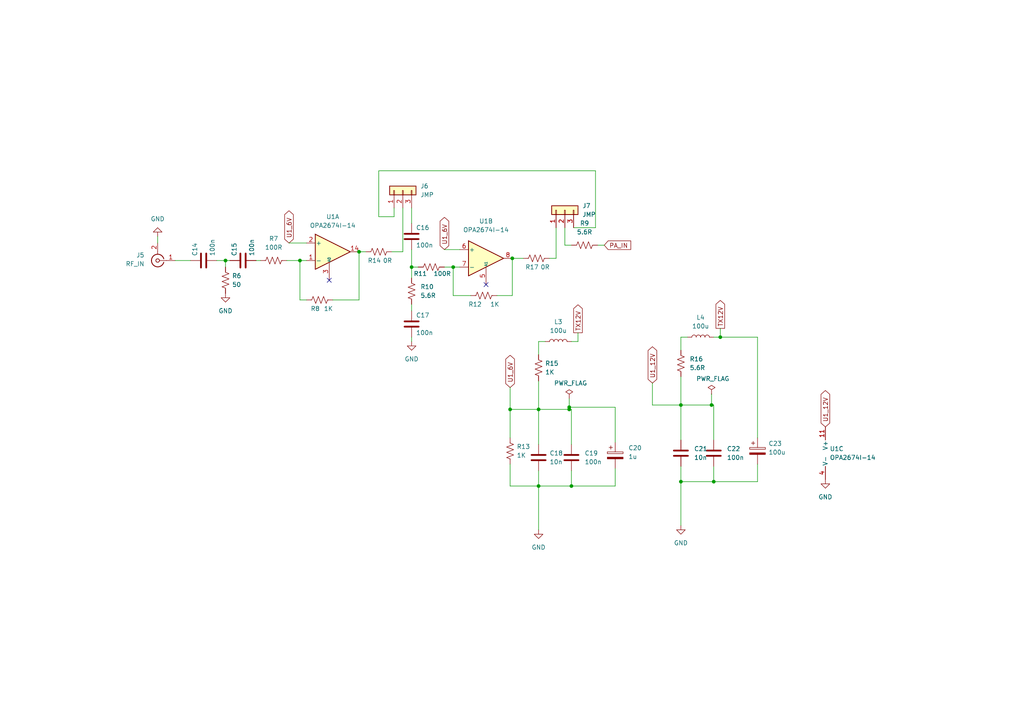
<source format=kicad_sch>
(kicad_sch (version 20211123) (generator eeschema)
  (paper "A4")
  (lib_symbols
    (symbol "Connector:Conn_Coaxial" (pin_names (offset 1.016) hide)
      (property "Reference" "J" (at 0.254 3.048 0))
      (property "Value" "Conn_Coaxial" (at 2.921 0 90))
      (symbol "Conn_Coaxial_0_1"
        (arc (start -1.778 -0.508) (mid 0.2311 -1.8066) (end 1.778 0) (stroke (width 0.254)))
        (polyline (pts (xy -2.54 0) (xy -0.508 0)))
        (polyline (pts (xy 0 -2.54) (xy 0 -1.778)))
        (circle (center 0 0) (radius 0.508) (stroke (width 0.2032)))
        (arc (start 1.778 0) (mid 0.2099 1.8101) (end -1.778 0.508) (stroke (width 0.254)))
      )
      (symbol "Conn_Coaxial_1_1"
        (pin passive line (at -5.08 0 0) (length 2.54) (name "In") (number "1"))
        (pin passive line (at 0 -5.08 90) (length 2.54) (name "Ext") (number "2"))
      )
    )
    (symbol "Connector_Generic:Conn_01x03" (pin_names (offset 1.016) hide)
      (property "Reference" "J" (at 0 5.08 0))
      (property "Value" "Conn_01x03" (at 0 -5.08 0))
      (symbol "Conn_01x03_1_1"
        (rectangle (start -1.27 -2.413) (end 0 -2.667) (stroke (width 0.1524)))
        (rectangle (start -1.27 0.127) (end 0 -0.127) (stroke (width 0.1524)))
        (rectangle (start -1.27 2.667) (end 0 2.413) (stroke (width 0.1524)))
        (rectangle (start -1.27 3.81) (end 1.27 -3.81) (stroke (width 0.254)) (fill (type background)))
        (pin passive line (at -5.08 2.54 0) (length 3.81) (name "Pin_1") (number "1"))
        (pin passive line (at -5.08 0 0) (length 3.81) (name "Pin_2") (number "2"))
        (pin passive line (at -5.08 -2.54 0) (length 3.81) (name "Pin_3") (number "3"))
      )
    )
    (symbol "Custom_RF:OPA2674I-14" (pin_names (offset 0.127))
      (property "Reference" "U" (at 0 5.08 0))
      (property "Value" "OPA2674I-14" (at 6.35 -2.54 0))
      (symbol "OPA2674I-14_1_1"
        (polyline (pts (xy -5.08 5.08) (xy 5.08 0) (xy -5.08 -5.08) (xy -5.08 5.08)) (stroke (width 0.254)) (fill (type background)))
        (pin input line (at -7.62 -2.54 0) (length 2.54) (name "-") (number "1"))
        (pin no_connect line (at 0 -2.54 90) (length 2.54) hide (name "NC") (number "10"))
        (pin output line (at 7.62 0 180) (length 2.54) (name "~") (number "14"))
        (pin input line (at -7.62 2.54 0) (length 2.54) (name "+") (number "2"))
        (pin input line (at -1.0272 -8.2657 90) (length 5.08) (name "A0") (number "3"))
        (pin no_connect line (at -2.54 -2.54 90) (length 2.54) hide (name "NC") (number "9"))
      )
      (symbol "OPA2674I-14_2_1"
        (polyline (pts (xy -5.08 5.08) (xy 5.08 0) (xy -5.08 -5.08) (xy -5.08 5.08)) (stroke (width 0.254)) (fill (type background)))
        (pin no_connect line (at -2.54 -2.54 90) (length 2.54) hide (name "NC") (number "12"))
        (pin no_connect line (at 0 -2.54 90) (length 2.54) hide (name "NC") (number "13"))
        (pin input line (at 0 -7.62 90) (length 5.08) (name "~{DIS_B}") (number "5"))
        (pin input line (at -7.62 2.54 0) (length 2.54) (name "+") (number "6"))
        (pin input line (at -7.62 -2.54 0) (length 2.54) (name "-") (number "7"))
        (pin output line (at 7.62 0 180) (length 2.54) (name "~") (number "8"))
      )
      (symbol "OPA2674I-14_3_1"
        (pin power_in line (at -2.54 7.62 270) (length 3.81) (name "V+") (number "11"))
        (pin power_in line (at -2.54 -7.62 90) (length 3.81) (name "V-") (number "4"))
      )
    )
    (symbol "Device:C" (pin_numbers hide) (pin_names (offset 0.254))
      (property "Reference" "C" (at 0.635 2.54 0))
      (property "Value" "C" (at 0.635 -2.54 0))
      (symbol "C_0_1"
        (polyline (pts (xy -2.032 -0.762) (xy 2.032 -0.762)) (stroke (width 0.508)))
        (polyline (pts (xy -2.032 0.762) (xy 2.032 0.762)) (stroke (width 0.508)))
      )
      (symbol "C_1_1"
        (pin passive line (at 0 3.81 270) (length 2.794) (name "~") (number "1"))
        (pin passive line (at 0 -3.81 90) (length 2.794) (name "~") (number "2"))
      )
    )
    (symbol "Device:C_Polarized" (pin_numbers hide) (pin_names (offset 0.254))
      (property "Reference" "C" (at 0.635 2.54 0))
      (property "Value" "C_Polarized" (at 0.635 -2.54 0))
      (symbol "C_Polarized_0_1"
        (rectangle (start -2.286 0.508) (end 2.286 1.016))
        (polyline (pts (xy -1.778 2.286) (xy -0.762 2.286)))
        (polyline (pts (xy -1.27 2.794) (xy -1.27 1.778)))
        (rectangle (start 2.286 -0.508) (end -2.286 -1.016) (fill (type outline)))
      )
      (symbol "C_Polarized_1_1"
        (pin passive line (at 0 3.81 270) (length 2.794) (name "~") (number "1"))
        (pin passive line (at 0 -3.81 90) (length 2.794) (name "~") (number "2"))
      )
    )
    (symbol "Device:L" (pin_numbers hide) (pin_names (offset 1.016) hide)
      (property "Reference" "L" (at -1.27 0 90))
      (property "Value" "L" (at 1.905 0 90))
      (symbol "L_0_1"
        (arc (start 0 -2.54) (mid 0.635 -1.905) (end 0 -1.27))
        (arc (start 0 -1.27) (mid 0.635 -0.635) (end 0 0))
        (arc (start 0 0) (mid 0.635 0.635) (end 0 1.27))
        (arc (start 0 1.27) (mid 0.635 1.905) (end 0 2.54))
      )
      (symbol "L_1_1"
        (pin passive line (at 0 3.81 270) (length 1.27) (name "1") (number "1"))
        (pin passive line (at 0 -3.81 90) (length 1.27) (name "2") (number "2"))
      )
    )
    (symbol "Device:R_US" (pin_numbers hide) (pin_names (offset 0))
      (property "Reference" "R" (at 2.54 0 90))
      (property "Value" "R_US" (at -2.54 0 90))
      (symbol "R_US_0_1"
        (polyline (pts (xy 0 -2.286) (xy 0 -2.54)))
        (polyline (pts (xy 0 2.286) (xy 0 2.54)))
        (polyline (pts (xy 0 -0.762) (xy 1.016 -1.143) (xy 0 -1.524) (xy -1.016 -1.905) (xy 0 -2.286)))
        (polyline (pts (xy 0 0.762) (xy 1.016 0.381) (xy 0 0) (xy -1.016 -0.381) (xy 0 -0.762)))
        (polyline (pts (xy 0 2.286) (xy 1.016 1.905) (xy 0 1.524) (xy -1.016 1.143) (xy 0 0.762)))
      )
      (symbol "R_US_1_1"
        (pin passive line (at 0 3.81 270) (length 1.27) (name "~") (number "1"))
        (pin passive line (at 0 -3.81 90) (length 1.27) (name "~") (number "2"))
      )
    )
    (symbol "OPA2674I-14_1" (pin_names (offset 0.127))
      (property "Reference" "U1" (at 0 10.795 0))
      (property "Value" "OPA2674I-14" (at 0 8.255 0))
      (symbol "OPA2674I-14_1_1_1"
        (polyline (pts (xy -5.08 5.08) (xy 5.08 0) (xy -5.08 -5.08) (xy -5.08 5.08)) (stroke (width 0.254)) (fill (type background)))
        (pin input line (at -7.62 -2.54 0) (length 2.54) (name "-") (number "1"))
        (pin no_connect line (at 0 -2.54 90) (length 2.54) hide (name "NC") (number "10"))
        (pin output line (at 7.62 0 180) (length 2.54) (name "~") (number "14"))
        (pin input line (at -7.62 2.54 0) (length 2.54) (name "+") (number "2"))
        (pin input line (at -1.0272 -8.2657 90) (length 5.08) (name "A0") (number "3"))
        (pin no_connect line (at -2.54 -2.54 90) (length 2.54) hide (name "NC") (number "9"))
      )
      (symbol "OPA2674I-14_1_2_1"
        (polyline (pts (xy -5.08 5.08) (xy 5.08 0) (xy -5.08 -5.08) (xy -5.08 5.08)) (stroke (width 0.254)) (fill (type background)))
        (pin no_connect line (at -2.54 -2.54 90) (length 2.54) hide (name "NC") (number "12"))
        (pin no_connect line (at 0 -2.54 90) (length 2.54) hide (name "NC") (number "13"))
        (pin input line (at 0 -7.62 90) (length 5.08) (name "A1") (number "5"))
        (pin input line (at -7.62 2.54 0) (length 2.54) (name "+") (number "6"))
        (pin input line (at -7.62 -2.54 0) (length 2.54) (name "-") (number "7"))
        (pin output line (at 7.62 0 180) (length 2.54) (name "~") (number "8"))
      )
      (symbol "OPA2674I-14_1_3_1"
        (pin power_in line (at -2.54 7.62 270) (length 3.81) (name "V+") (number "11"))
        (pin power_in line (at -2.54 -7.62 90) (length 3.81) (name "V-") (number "4"))
      )
    )
    (symbol "power:GND" (power) (pin_names (offset 0))
      (property "Value" "GND" (at 0 -3.81 0))
      (symbol "GND_0_1"
        (polyline (pts (xy 0 0) (xy 0 -1.27) (xy 1.27 -1.27) (xy 0 -2.54) (xy -1.27 -1.27) (xy 0 -1.27)))
      )
      (symbol "GND_1_1"
        (pin power_in line (at 0 0 270) (length 0) hide (name "GND") (number "1"))
      )
    )
    (symbol "power:PWR_FLAG" (power) (pin_numbers hide) (pin_names (offset 0) hide)
      (property "Value" "PWR_FLAG" (at 0 3.81 0))
      (symbol "PWR_FLAG_0_0"
        (pin power_out line (at 0 0 90) (length 0) (name "pwr") (number "1"))
      )
      (symbol "PWR_FLAG_0_1"
        (polyline (pts (xy 0 0) (xy 0 1.27) (xy -1.016 1.905) (xy 0 2.54) (xy 1.016 1.905) (xy 0 1.27)))
      )
    )
  )
  (junction (at 86.995 75.565))
  (junction (at 65.405 75.565))
  (junction (at 197.485 139.7))
  (junction (at 147.955 118.745))
  (junction (at 131.445 77.47))
  (junction (at 119.38 77.47))
  (junction (at 156.21 118.745))
  (junction (at 148.59 74.93))
  (junction (at 208.915 97.79))
  (junction (at 156.21 140.97))
  (junction (at 207.01 139.7))
  (junction (at 104.14 73.025))
  (junction (at 165.735 140.97))
  (junction (at 206.375 117.475))
  (junction (at 165.1 118.11))
  (junction (at 165.1 118.745))
  (junction (at 197.485 117.475))
  (no_connect (at 95.4928 81.2907))
  (no_connect (at 140.97 82.55))
  (wire (pts (xy 208.915 97.79) (xy 207.01 97.79)))
  (wire (pts (xy 208.915 95.25) (xy 208.915 97.79)))
  (wire (pts (xy 86.995 75.565) (xy 86.995 86.995)))
  (wire (pts (xy 119.38 97.79) (xy 119.38 99.06)))
  (wire (pts (xy 128.905 77.47) (xy 131.445 77.47)))
  (wire (pts (xy 86.995 75.565) (xy 88.9 75.565)))
  (wire (pts (xy 119.38 88.265) (xy 119.38 90.17)))
  (wire (pts (xy 131.445 85.725) (xy 131.445 77.47)))
  (wire (pts (xy 156.21 140.97) (xy 147.955 140.97)))
  (wire (pts (xy 144.145 85.725) (xy 148.59 85.725)))
  (wire (pts (xy 197.485 139.7) (xy 207.01 139.7)))
  (wire (pts (xy 178.435 118.11) (xy 178.435 128.27)))
  (wire (pts (xy 109.855 62.865) (xy 114.3 62.865)))
  (wire (pts (xy 178.435 140.97) (xy 165.735 140.97)))
  (wire (pts (xy 208.915 97.79) (xy 219.71 97.79)))
  (wire (pts (xy 206.375 117.475) (xy 207.01 117.475)))
  (wire (pts (xy 156.21 118.745) (xy 147.955 118.745)))
  (wire (pts (xy 114.3 62.865) (xy 114.3 60.325)))
  (wire (pts (xy 219.71 134.62) (xy 219.71 139.7)))
  (wire (pts (xy 119.38 77.47) (xy 121.285 77.47)))
  (wire (pts (xy 147.955 118.745) (xy 147.955 127)))
  (wire (pts (xy 119.38 60.325) (xy 119.38 64.77)))
  (wire (pts (xy 167.64 96.52) (xy 167.64 99.06)))
  (wire (pts (xy 197.485 117.475) (xy 197.485 127.635)))
  (wire (pts (xy 197.485 135.255) (xy 197.485 139.7)))
  (wire (pts (xy 113.665 73.025) (xy 116.84 73.025)))
  (wire (pts (xy 128.905 72.39) (xy 133.35 72.39)))
  (wire (pts (xy 116.84 60.325) (xy 116.84 73.025)))
  (wire (pts (xy 207.01 135.255) (xy 207.01 139.7)))
  (wire (pts (xy 109.855 49.53) (xy 109.855 62.865)))
  (wire (pts (xy 156.21 136.525) (xy 156.21 140.97)))
  (wire (pts (xy 119.38 72.39) (xy 119.38 77.47)))
  (wire (pts (xy 147.955 140.97) (xy 147.955 134.62)))
  (wire (pts (xy 166.37 66.04) (xy 172.72 66.04)))
  (wire (pts (xy 148.59 74.93) (xy 151.765 74.93)))
  (wire (pts (xy 197.485 117.475) (xy 206.375 117.475)))
  (wire (pts (xy 65.405 75.565) (xy 66.675 75.565)))
  (wire (pts (xy 156.21 118.745) (xy 165.1 118.745)))
  (wire (pts (xy 175.26 71.12) (xy 173.355 71.12)))
  (wire (pts (xy 45.72 70.485) (xy 45.72 68.58)))
  (wire (pts (xy 197.485 117.475) (xy 189.23 117.475)))
  (wire (pts (xy 199.39 97.79) (xy 197.485 97.79)))
  (wire (pts (xy 119.38 77.47) (xy 119.38 80.645)))
  (wire (pts (xy 131.445 77.47) (xy 133.35 77.47)))
  (wire (pts (xy 161.29 66.04) (xy 161.29 74.93)))
  (wire (pts (xy 156.21 118.745) (xy 156.21 128.905)))
  (wire (pts (xy 165.735 118.745) (xy 165.735 128.905)))
  (wire (pts (xy 219.71 97.79) (xy 219.71 127)))
  (wire (pts (xy 197.485 139.7) (xy 197.485 152.4)))
  (wire (pts (xy 156.21 110.49) (xy 156.21 118.745)))
  (wire (pts (xy 156.21 140.97) (xy 165.735 140.97)))
  (wire (pts (xy 156.21 99.06) (xy 156.21 102.87)))
  (wire (pts (xy 165.1 115.57) (xy 165.1 118.11)))
  (wire (pts (xy 165.1 118.11) (xy 178.435 118.11)))
  (wire (pts (xy 189.23 111.125) (xy 189.23 117.475)))
  (wire (pts (xy 172.72 49.53) (xy 109.855 49.53)))
  (wire (pts (xy 197.485 109.22) (xy 197.485 117.475)))
  (wire (pts (xy 62.865 75.565) (xy 65.405 75.565)))
  (wire (pts (xy 88.9 86.995) (xy 86.995 86.995)))
  (wire (pts (xy 165.1 118.11) (xy 165.1 118.745)))
  (wire (pts (xy 178.435 135.89) (xy 178.435 140.97)))
  (wire (pts (xy 65.405 75.565) (xy 65.405 77.47)))
  (wire (pts (xy 167.64 99.06) (xy 165.735 99.06)))
  (wire (pts (xy 50.8 75.565) (xy 55.245 75.565)))
  (wire (pts (xy 207.01 117.475) (xy 207.01 127.635)))
  (wire (pts (xy 197.485 97.79) (xy 197.485 101.6)))
  (wire (pts (xy 165.735 136.525) (xy 165.735 140.97)))
  (wire (pts (xy 165.735 71.12) (xy 163.83 71.12)))
  (wire (pts (xy 206.375 114.3) (xy 206.375 117.475)))
  (wire (pts (xy 147.955 112.395) (xy 147.955 118.745)))
  (wire (pts (xy 219.71 139.7) (xy 207.01 139.7)))
  (wire (pts (xy 172.72 66.04) (xy 172.72 49.53)))
  (wire (pts (xy 104.14 86.995) (xy 96.52 86.995)))
  (wire (pts (xy 165.1 118.745) (xy 165.735 118.745)))
  (wire (pts (xy 74.295 75.565) (xy 75.565 75.565)))
  (wire (pts (xy 158.115 99.06) (xy 156.21 99.06)))
  (wire (pts (xy 104.14 73.025) (xy 106.045 73.025)))
  (wire (pts (xy 148.59 74.93) (xy 148.59 85.725)))
  (wire (pts (xy 83.82 70.485) (xy 88.9 70.485)))
  (wire (pts (xy 83.185 75.565) (xy 86.995 75.565)))
  (wire (pts (xy 163.83 71.12) (xy 163.83 66.04)))
  (wire (pts (xy 159.385 74.93) (xy 161.29 74.93)))
  (wire (pts (xy 104.14 73.025) (xy 104.14 86.995)))
  (wire (pts (xy 136.525 85.725) (xy 131.445 85.725)))
  (wire (pts (xy 156.21 140.97) (xy 156.21 153.67)))
  (global_label "U1_6V" (shape bidirectional) (at 83.82 70.485 90) (property "Intersheet References" "${INTERSHEET_REFS}" (effects hide)))
  (global_label "U1_6V" (shape bidirectional) (at 147.955 112.395 90) (property "Intersheet References" "${INTERSHEET_REFS}" (effects hide)))
  (global_label "TX12V" (shape output) (at 167.64 96.52 90) (property "Intersheet References" "${INTERSHEET_REFS}" (effects hide)))
  (global_label "PA_IN" (shape input) (at 175.26 71.12 0) (property "Intersheet References" "${INTERSHEET_REFS}" (effects hide)))
  (global_label "U1_6V" (shape bidirectional) (at 128.905 72.39 90) (property "Intersheet References" "${INTERSHEET_REFS}" (effects hide)))
  (global_label "TX12V" (shape output) (at 208.915 95.25 90) (property "Intersheet References" "${INTERSHEET_REFS}" (effects hide)))
  (global_label "U1_12V" (shape bidirectional) (at 189.23 111.125 90) (property "Intersheet References" "${INTERSHEET_REFS}" (effects hide)))
  (global_label "U1_12V" (shape bidirectional) (at 239.395 123.825 90) (property "Intersheet References" "${INTERSHEET_REFS}" (effects hide)))
  (symbol (lib_id "power:GND") (at 119.38 99.06 0) (unit 1)
    (property "Reference" "#PWR014" (effects hide))
    (property "Value" "GND" (at 119.38 104.14 0))
  )
  (symbol (lib_id "Connector_Generic:Conn_01x03") (at 163.83 60.96 90) (unit 1)
    (property "Reference" "J7" (at 168.91 59.6899 90) (effects (justify right)))
    (property "Value" "JMP" (at 168.91 62.2299 90) (effects (justify right)))
    (property "Footprint" "Connector_PinHeader_2.54mm:PinHeader_1x03_P2.54mm_Vertical" (effects hide))
  )
  (symbol (lib_id "Device:R_US") (at 156.21 106.68 0) (unit 1)
    (property "Reference" "R15" (at 158.115 105.4099 0) (effects (justify left)))
    (property "Value" "1K" (at 158.115 107.9499 0) (effects (justify left)))
    (property "Footprint" "Resistor_SMD:R_1206_3216Metric" (effects hide))
  )
  (symbol (lib_id "Device:C_Polarized") (at 178.435 132.08 0) (unit 1)
    (property "Reference" "C20" (at 182.245 129.9209 0) (effects (justify left)))
    (property "Value" "1u" (at 182.245 132.4609 0) (effects (justify left)))
    (property "Footprint" "Capacitor_THT:CP_Radial_D5.0mm_P2.50mm" (effects hide))
  )
  (symbol (lib_id "power:PWR_FLAG") (at 206.375 114.3 0) (unit 1)
    (property "Reference" "#FLG05" (effects hide))
    (property "Value" "PWR_FLAG" (at 201.93 109.855 0) (effects (justify left)))
  )
  (symbol (lib_id "Connector_Generic:Conn_01x03") (at 116.84 55.245 90) (unit 1)
    (property "Reference" "J6" (at 121.92 53.9749 90) (effects (justify right)))
    (property "Value" "JMP" (at 121.92 56.5149 90) (effects (justify right)))
    (property "Footprint" "Connector_PinHeader_2.54mm:PinHeader_1x03_P2.54mm_Vertical" (effects hide))
  )
  (symbol (lib_id "Device:R_US") (at 147.955 130.81 0) (unit 1)
    (property "Reference" "R13" (at 149.86 129.5399 0) (effects (justify left)))
    (property "Value" "1K" (at 149.86 132.0799 0) (effects (justify left)))
    (property "Footprint" "Resistor_SMD:R_1206_3216Metric" (effects hide))
  )
  (symbol (lib_id "Custom_RF:OPA2674I-14") (at 241.935 131.445 0) (unit 3)
    (property "Reference" "U1" (at 240.665 130.1749 0) (effects (justify left)))
    (property "Value" "OPA2674I-14" (at 240.665 132.7149 0) (effects (justify left)))
    (property "Footprint" "Package_SO:SOIC-14_3.9x8.7mm_P1.27mm" (effects hide))
    (property "Datasheet" "http://www.ti.com/lit/ds/sbos224d/sbos224d.pdf" (effects hide))
  )
  (symbol (lib_id "Device:R_US") (at 197.485 105.41 0) (unit 1)
    (property "Reference" "R16" (at 200.025 104.1399 0) (effects (justify left)))
    (property "Value" "5.6R" (at 200.025 106.6799 0) (effects (justify left)))
    (property "Footprint" "Resistor_SMD:R_1206_3216Metric" (effects hide))
  )
  (symbol (lib_id "Device:R_US") (at 92.71 86.995 90) (unit 1)
    (property "Reference" "R8" (at 91.44 89.535 90))
    (property "Value" "1K" (at 95.25 89.535 90))
    (property "Footprint" "Resistor_THT:R_Axial_DIN0207_L6.3mm_D2.5mm_P7.62mm_Horizontal" (effects hide))
  )
  (symbol (lib_id "Device:C") (at 197.485 131.445 0) (unit 1)
    (property "Reference" "C21" (at 201.295 130.1749 0) (effects (justify left)))
    (property "Value" "10n" (at 201.295 132.7149 0) (effects (justify left)))
    (property "Footprint" "Capacitor_SMD:C_1206_3216Metric" (effects hide))
  )
  (symbol (lib_id "Device:R_US") (at 119.38 84.455 180) (unit 1)
    (property "Reference" "R10" (at 121.92 83.1849 0) (effects (justify right)))
    (property "Value" "5.6R" (at 121.92 85.7249 0) (effects (justify right)))
    (property "Footprint" "Resistor_SMD:R_1206_3216Metric" (effects hide))
  )
  (symbol (lib_id "Device:L") (at 161.925 99.06 90) (unit 1)
    (property "Reference" "L3" (at 161.925 93.345 90))
    (property "Value" "100u" (at 161.925 95.885 90))
    (property "Footprint" "Inductor_SMD:L_1206_3216Metric_Pad1.42x1.75mm_HandSolder" (effects hide))
  )
  (symbol (lib_id "power:GND") (at 65.405 85.09 0) (unit 1)
    (property "Reference" "#PWR013" (effects hide))
    (property "Value" "GND" (at 65.405 90.17 0))
  )
  (symbol (lib_id "Device:R_US") (at 155.575 74.93 90) (unit 1)
    (property "Reference" "R17" (at 154.305 77.47 90))
    (property "Value" "0R" (at 158.115 77.47 90))
    (property "Footprint" "Resistor_THT:R_Axial_DIN0207_L6.3mm_D2.5mm_P7.62mm_Horizontal" (effects hide))
  )
  (symbol (lib_id "Connector:Conn_Coaxial") (at 45.72 75.565 180) (unit 1)
    (property "Reference" "J5" (at 41.91 74.0017 0) (effects (justify left)))
    (property "Value" "RF_IN" (at 41.91 76.5417 0) (effects (justify left)))
    (property "Footprint" "Connector_Coaxial:SMA_Amphenol_901-144_Vertical" (effects hide))
    (property "Datasheet" " ~" (effects hide))
  )
  (symbol (lib_id "power:GND") (at 239.395 139.065 0) (unit 1)
    (property "Reference" "#PWR017" (effects hide))
    (property "Value" "GND" (at 239.395 144.145 0))
  )
  (symbol (lib_id "Device:R_US") (at 109.855 73.025 90) (unit 1)
    (property "Reference" "R14" (at 108.585 75.565 90))
    (property "Value" "0R" (at 112.395 75.565 90))
    (property "Footprint" "Resistor_THT:R_Axial_DIN0207_L6.3mm_D2.5mm_P7.62mm_Horizontal" (effects hide))
  )
  (symbol (lib_name "OPA2674I-14_1") (lib_id "Custom_RF:OPA2674I-14") (at 140.97 74.93 0) (unit 2)
    (property "Reference" "U1" (at 140.97 64.135 0))
    (property "Value" "OPA2674I-14" (at 140.97 66.675 0))
    (property "Footprint" "Package_SO:SOIC-14_3.9x8.7mm_P1.27mm" (effects hide))
    (property "Datasheet" "http://www.ti.com/lit/ds/sbos224d/sbos224d.pdf" (effects hide))
  )
  (symbol (lib_id "Device:C") (at 119.38 93.98 0) (unit 1)
    (property "Reference" "C17" (at 120.65 91.44 0) (effects (justify left)))
    (property "Value" "100n" (at 120.65 96.52 0) (effects (justify left)))
    (property "Footprint" "Capacitor_SMD:C_1206_3216Metric" (effects hide))
  )
  (symbol (lib_id "Custom_RF:OPA2674I-14") (at 96.52 73.025 0) (unit 1)
    (property "Reference" "U1" (at 96.52 62.865 0))
    (property "Value" "OPA2674I-14" (at 96.52 65.405 0))
    (property "Footprint" "Package_SO:SOIC-14_3.9x8.7mm_P1.27mm" (effects hide))
    (property "Datasheet" "http://www.ti.com/lit/ds/sbos224d/sbos224d.pdf" (effects hide))
  )
  (symbol (lib_id "Device:R_US") (at 169.545 71.12 90) (unit 1)
    (property "Reference" "R9" (at 169.545 64.77 90))
    (property "Value" "5.6R" (at 169.545 67.31 90))
    (property "Footprint" "Resistor_SMD:R_1206_3216Metric_Pad1.30x1.75mm_HandSolder" (effects hide))
  )
  (symbol (lib_id "power:GND") (at 197.485 152.4 0) (unit 1)
    (property "Reference" "#PWR016" (effects hide))
    (property "Value" "GND" (at 197.485 157.48 0))
  )
  (symbol (lib_id "Device:C") (at 165.735 132.715 0) (unit 1)
    (property "Reference" "C19" (at 169.545 131.4449 0) (effects (justify left)))
    (property "Value" "100n" (at 169.545 133.9849 0) (effects (justify left)))
    (property "Footprint" "Capacitor_SMD:C_1206_3216Metric" (effects hide))
  )
  (symbol (lib_id "Device:L") (at 203.2 97.79 90) (unit 1)
    (property "Reference" "L4" (at 203.2 92.075 90))
    (property "Value" "100u" (at 203.2 94.615 90))
    (property "Footprint" "Inductor_SMD:L_1206_3216Metric_Pad1.42x1.75mm_HandSolder" (effects hide))
  )
  (symbol (lib_id "Device:C") (at 119.38 68.58 0) (unit 1)
    (property "Reference" "C16" (at 120.65 66.04 0) (effects (justify left)))
    (property "Value" "100n" (at 120.65 71.12 0) (effects (justify left)))
    (property "Footprint" "Capacitor_SMD:C_1206_3216Metric" (effects hide))
  )
  (symbol (lib_id "Device:R_US") (at 140.335 85.725 90) (unit 1)
    (property "Reference" "R12" (at 137.795 88.265 90))
    (property "Value" "1K" (at 143.51 88.265 90))
    (property "Footprint" "Resistor_THT:R_Axial_DIN0207_L6.3mm_D2.5mm_P7.62mm_Horizontal" (effects hide))
  )
  (symbol (lib_id "Device:C") (at 156.21 132.715 0) (unit 1)
    (property "Reference" "C18" (at 159.385 131.4449 0) (effects (justify left)))
    (property "Value" "10n" (at 159.385 133.9849 0) (effects (justify left)))
    (property "Footprint" "Capacitor_SMD:C_1206_3216Metric" (effects hide))
  )
  (symbol (lib_id "Device:C") (at 70.485 75.565 90) (unit 1)
    (property "Reference" "C15" (at 67.945 74.295 0) (effects (justify left)))
    (property "Value" "100n" (at 73.025 74.295 0) (effects (justify left)))
    (property "Footprint" "Capacitor_SMD:C_1206_3216Metric" (effects hide))
  )
  (symbol (lib_id "Device:R_US") (at 65.405 81.28 180) (unit 1)
    (property "Reference" "R6" (at 67.31 80.0099 0) (effects (justify right)))
    (property "Value" "50" (at 67.31 82.5499 0) (effects (justify right)))
    (property "Footprint" "Resistor_SMD:R_1206_3216Metric" (effects hide))
  )
  (symbol (lib_id "power:PWR_FLAG") (at 165.1 115.57 0) (unit 1)
    (property "Reference" "#FLG04" (effects hide))
    (property "Value" "PWR_FLAG" (at 160.655 111.125 0) (effects (justify left)))
  )
  (symbol (lib_id "power:GND") (at 45.72 68.58 180) (unit 1)
    (property "Reference" "#PWR012" (effects hide))
    (property "Value" "GND" (at 45.72 63.5 0))
  )
  (symbol (lib_id "Device:C") (at 207.01 131.445 0) (unit 1)
    (property "Reference" "C22" (at 210.82 130.1749 0) (effects (justify left)))
    (property "Value" "100n" (at 210.82 132.7149 0) (effects (justify left)))
    (property "Footprint" "Capacitor_SMD:C_1206_3216Metric" (effects hide))
  )
  (symbol (lib_id "Device:C") (at 59.055 75.565 90) (unit 1)
    (property "Reference" "C14" (at 56.515 74.295 0) (effects (justify left)))
    (property "Value" "100n" (at 61.595 74.295 0) (effects (justify left)))
    (property "Footprint" "Capacitor_SMD:C_1206_3216Metric" (effects hide))
  )
  (symbol (lib_id "Device:R_US") (at 125.095 77.47 90) (unit 1)
    (property "Reference" "R11" (at 121.92 79.375 90))
    (property "Value" "100R" (at 128.27 79.375 90))
    (property "Footprint" "Resistor_THT:R_Axial_DIN0207_L6.3mm_D2.5mm_P7.62mm_Horizontal" (effects hide))
  )
  (symbol (lib_id "Device:R_US") (at 79.375 75.565 90) (unit 1)
    (property "Reference" "R7" (at 79.375 69.215 90))
    (property "Value" "100R" (at 79.375 71.755 90))
    (property "Footprint" "Resistor_SMD:R_1206_3216Metric" (effects hide))
  )
  (symbol (lib_id "Device:C_Polarized") (at 219.71 130.81 0) (unit 1)
    (property "Reference" "C23" (at 222.885 128.6509 0) (effects (justify left)))
    (property "Value" "100u" (at 222.885 131.1909 0) (effects (justify left)))
    (property "Footprint" "Capacitor_THT:CP_Radial_D5.0mm_P2.50mm" (effects hide))
  )
  (symbol (lib_id "power:GND") (at 156.21 153.67 0) (unit 1)
    (property "Reference" "#PWR015" (effects hide))
    (property "Value" "GND" (at 156.21 158.75 0))
  )
)
</source>
